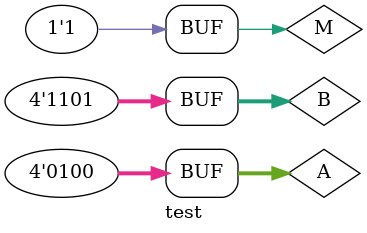
<source format=v>
`timescale 1ns / 1ps


module test;

	// Inputs
	reg [3:0] A;
	reg [3:0] B;
	reg M;

	// Outputs
	wire [4:0] S;
	wire sign;

	// Instantiate the Unit Under Test (UUT)
	myaddsub uut (
		.A(A), 
		.B(B), 
		.M(M), 
		.S(S), 
		.sign(sign)
	);

	initial begin
		// Initialize Inputs
		A = 0;
		B = 0;
		M = 0;

		// Wait 100 ns for global reset to finish
		#100;
		A = 15;
		B = 15;
		M = 0;
		#100;
		A = 7;
		B = 11;
		M = 0;
		#100;
		A = 2;
		B = 13;
		M = 0;
		#100;
		A = 5;
		B = 9;
		M = 0;
		#100;
		A = 15;
		B = 12;
		M = 1;
		#100;
		A = 7;
		B = 11;
		M = 1;
		#100;
		A = 9;
		B = 15;
		M = 1;
		#100;
		A = 10;
		B = 5;
		M = 1;
		#100;
		A = 4;
		B = 13;
		M = 1;
        
		// Add stimulus here

	end
      
endmodule


</source>
